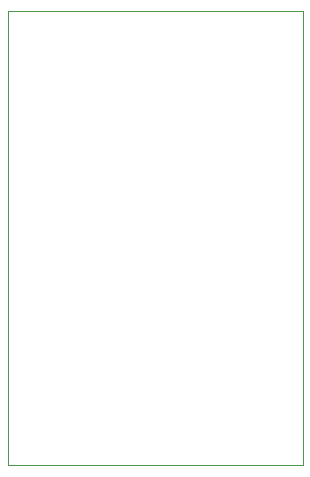
<source format=gbr>
G04 #@! TF.GenerationSoftware,KiCad,Pcbnew,(5.1.7)-1*
G04 #@! TF.CreationDate,2022-02-27T16:52:08+00:00*
G04 #@! TF.ProjectId,LBKEY,4c424b45-592e-46b6-9963-61645f706362,rev?*
G04 #@! TF.SameCoordinates,Original*
G04 #@! TF.FileFunction,Profile,NP*
%FSLAX46Y46*%
G04 Gerber Fmt 4.6, Leading zero omitted, Abs format (unit mm)*
G04 Created by KiCad (PCBNEW (5.1.7)-1) date 2022-02-27 16:52:08*
%MOMM*%
%LPD*%
G01*
G04 APERTURE LIST*
G04 #@! TA.AperFunction,Profile*
%ADD10C,0.050000*%
G04 #@! TD*
G04 APERTURE END LIST*
D10*
X104244000Y-57150000D02*
X104244000Y-18708000D01*
X79248000Y-57150000D02*
X79244000Y-18708000D01*
X104244000Y-18708000D02*
X79244000Y-18708000D01*
X104244000Y-57150000D02*
X79248000Y-57150000D01*
M02*

</source>
